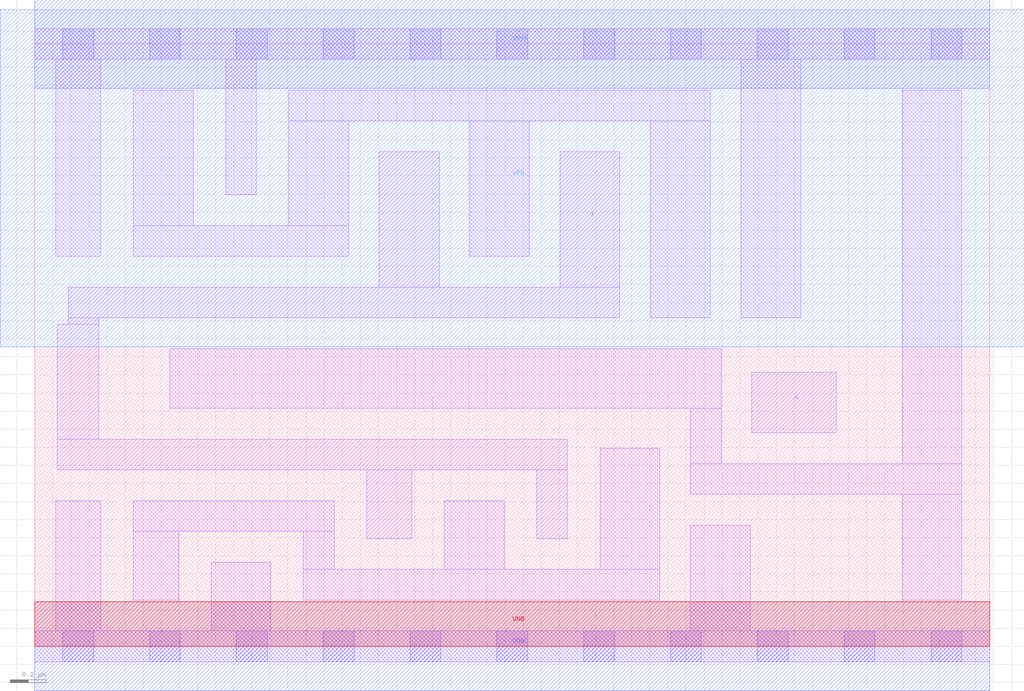
<source format=lef>
# Copyright 2020 The SkyWater PDK Authors
#
# Licensed under the Apache License, Version 2.0 (the "License");
# you may not use this file except in compliance with the License.
# You may obtain a copy of the License at
#
#     https://www.apache.org/licenses/LICENSE-2.0
#
# Unless required by applicable law or agreed to in writing, software
# distributed under the License is distributed on an "AS IS" BASIS,
# WITHOUT WARRANTIES OR CONDITIONS OF ANY KIND, either express or implied.
# See the License for the specific language governing permissions and
# limitations under the License.
#
# SPDX-License-Identifier: Apache-2.0

VERSION 5.7 ;
  NOWIREEXTENSIONATPIN ON ;
  DIVIDERCHAR "/" ;
  BUSBITCHARS "[]" ;
MACRO sky130_fd_sc_lp__buflp_4
  CLASS CORE ;
  FOREIGN sky130_fd_sc_lp__buflp_4 ;
  ORIGIN  0.000000  0.000000 ;
  SIZE  5.280000 BY  3.330000 ;
  SYMMETRY X Y R90 ;
  SITE unit ;
  PIN A
    ANTENNAGATEAREA  0.630000 ;
    DIRECTION INPUT ;
    USE SIGNAL ;
    PORT
      LAYER li1 ;
        RECT 3.965000 1.180000 4.430000 1.515000 ;
    END
  END A
  PIN X
    ANTENNADIFFAREA  1.352400 ;
    DIRECTION OUTPUT ;
    USE SIGNAL ;
    PORT
      LAYER li1 ;
        RECT 0.125000 0.975000 2.945000 1.145000 ;
        RECT 0.125000 1.145000 0.355000 1.780000 ;
        RECT 0.185000 1.780000 0.355000 1.815000 ;
        RECT 0.185000 1.815000 3.235000 1.985000 ;
        RECT 1.835000 0.595000 2.085000 0.975000 ;
        RECT 1.905000 1.985000 2.235000 2.735000 ;
        RECT 2.775000 0.595000 2.945000 0.975000 ;
        RECT 2.905000 1.985000 3.235000 2.735000 ;
    END
  END X
  PIN VGND
    DIRECTION INOUT ;
    USE GROUND ;
    PORT
      LAYER met1 ;
        RECT 0.000000 -0.245000 5.280000 0.245000 ;
    END
  END VGND
  PIN VNB
    DIRECTION INOUT ;
    USE GROUND ;
    PORT
      LAYER pwell ;
        RECT 0.000000 0.000000 5.280000 0.245000 ;
    END
  END VNB
  PIN VPB
    DIRECTION INOUT ;
    USE POWER ;
    PORT
      LAYER nwell ;
        RECT -0.190000 1.655000 5.470000 3.520000 ;
    END
  END VPB
  PIN VPWR
    DIRECTION INOUT ;
    USE POWER ;
    PORT
      LAYER met1 ;
        RECT 0.000000 3.085000 5.280000 3.575000 ;
    END
  END VPWR
  OBS
    LAYER li1 ;
      RECT 0.000000 -0.085000 5.280000 0.085000 ;
      RECT 0.000000  3.245000 5.280000 3.415000 ;
      RECT 0.115000  0.085000 0.365000 0.805000 ;
      RECT 0.115000  2.155000 0.365000 3.245000 ;
      RECT 0.545000  0.255000 0.795000 0.635000 ;
      RECT 0.545000  0.635000 1.655000 0.805000 ;
      RECT 0.545000  2.155000 1.735000 2.325000 ;
      RECT 0.545000  2.325000 0.875000 3.075000 ;
      RECT 0.745000  1.315000 3.795000 1.645000 ;
      RECT 0.975000  0.085000 1.305000 0.465000 ;
      RECT 1.055000  2.495000 1.225000 3.245000 ;
      RECT 1.405000  2.325000 1.735000 2.905000 ;
      RECT 1.405000  2.905000 3.735000 3.075000 ;
      RECT 1.485000  0.255000 3.455000 0.425000 ;
      RECT 1.485000  0.425000 1.655000 0.635000 ;
      RECT 2.265000  0.425000 2.595000 0.805000 ;
      RECT 2.405000  2.155000 2.735000 2.905000 ;
      RECT 3.125000  0.425000 3.455000 1.095000 ;
      RECT 3.405000  1.815000 3.735000 2.905000 ;
      RECT 3.625000  0.085000 3.955000 0.670000 ;
      RECT 3.625000  0.840000 5.125000 1.010000 ;
      RECT 3.625000  1.010000 3.795000 1.315000 ;
      RECT 3.905000  1.815000 4.235000 3.245000 ;
      RECT 4.795000  0.255000 5.125000 0.840000 ;
      RECT 4.795000  1.010000 5.125000 3.075000 ;
    LAYER mcon ;
      RECT 0.155000 -0.085000 0.325000 0.085000 ;
      RECT 0.155000  3.245000 0.325000 3.415000 ;
      RECT 0.635000 -0.085000 0.805000 0.085000 ;
      RECT 0.635000  3.245000 0.805000 3.415000 ;
      RECT 1.115000 -0.085000 1.285000 0.085000 ;
      RECT 1.115000  3.245000 1.285000 3.415000 ;
      RECT 1.595000 -0.085000 1.765000 0.085000 ;
      RECT 1.595000  3.245000 1.765000 3.415000 ;
      RECT 2.075000 -0.085000 2.245000 0.085000 ;
      RECT 2.075000  3.245000 2.245000 3.415000 ;
      RECT 2.555000 -0.085000 2.725000 0.085000 ;
      RECT 2.555000  3.245000 2.725000 3.415000 ;
      RECT 3.035000 -0.085000 3.205000 0.085000 ;
      RECT 3.035000  3.245000 3.205000 3.415000 ;
      RECT 3.515000 -0.085000 3.685000 0.085000 ;
      RECT 3.515000  3.245000 3.685000 3.415000 ;
      RECT 3.995000 -0.085000 4.165000 0.085000 ;
      RECT 3.995000  3.245000 4.165000 3.415000 ;
      RECT 4.475000 -0.085000 4.645000 0.085000 ;
      RECT 4.475000  3.245000 4.645000 3.415000 ;
      RECT 4.955000 -0.085000 5.125000 0.085000 ;
      RECT 4.955000  3.245000 5.125000 3.415000 ;
  END
END sky130_fd_sc_lp__buflp_4
END LIBRARY

</source>
